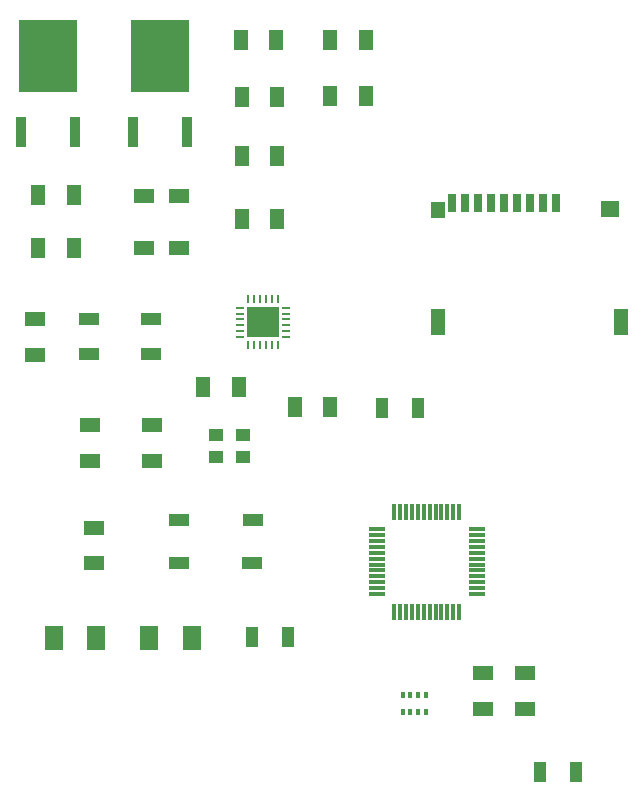
<source format=gtp>
G04 Layer_Color=8421504*
%FSLAX25Y25*%
%MOIN*%
G70*
G01*
G75*
%ADD10R,0.07087X0.03937*%
%ADD11R,0.07087X0.04842*%
%ADD12R,0.04528X0.07087*%
%ADD13R,0.07087X0.04528*%
%ADD14R,0.05905X0.07874*%
%ADD15R,0.03937X0.07087*%
%ADD16R,0.06299X0.05512*%
%ADD17R,0.04724X0.08661*%
%ADD18R,0.04724X0.05512*%
%ADD19R,0.02756X0.06299*%
%ADD20R,0.03740X0.10236*%
%ADD21R,0.19291X0.24410*%
%ADD22R,0.01181X0.05709*%
%ADD23R,0.05709X0.01181*%
%ADD24R,0.01378X0.01968*%
%ADD25R,0.02953X0.00787*%
%ADD26R,0.00787X0.02953*%
%ADD27R,0.10630X0.10236*%
%ADD28R,0.05118X0.04331*%
D10*
X188591Y182004D02*
D03*
X164181D02*
D03*
X188984Y196571D02*
D03*
X164181D02*
D03*
X134260Y263500D02*
D03*
Y251689D02*
D03*
X154732Y263500D02*
D03*
Y251689D02*
D03*
D11*
X164181Y304445D02*
D03*
X152370D02*
D03*
X164181Y287122D02*
D03*
X152370D02*
D03*
D12*
X117331Y304839D02*
D03*
X129142D02*
D03*
X117331Y287122D02*
D03*
X129142D02*
D03*
X185047Y296965D02*
D03*
X196858D02*
D03*
X214575Y233972D02*
D03*
X202764D02*
D03*
X172244Y240953D02*
D03*
X184055D02*
D03*
X185039Y317921D02*
D03*
X196850D02*
D03*
X185047Y337516D02*
D03*
X196858D02*
D03*
X226386Y337909D02*
D03*
X214575D02*
D03*
X226386Y356413D02*
D03*
X214575D02*
D03*
X184843Y356307D02*
D03*
X196653D02*
D03*
D13*
X279535Y133579D02*
D03*
Y145390D02*
D03*
X265362Y133579D02*
D03*
Y145390D02*
D03*
X155126Y228067D02*
D03*
Y216256D02*
D03*
X134653Y228067D02*
D03*
Y216256D02*
D03*
X116142Y263394D02*
D03*
Y251583D02*
D03*
X135835Y193815D02*
D03*
Y182004D02*
D03*
D14*
X136622Y157201D02*
D03*
X122449D02*
D03*
X168512D02*
D03*
X154339D02*
D03*
D15*
X243701Y233965D02*
D03*
X231890D02*
D03*
X188583Y157587D02*
D03*
X200394D02*
D03*
X296488Y112378D02*
D03*
X284677D02*
D03*
D16*
X307972Y300182D02*
D03*
D17*
X311516Y262387D02*
D03*
X250492Y262387D02*
D03*
D18*
Y299788D02*
D03*
D19*
X255217Y302151D02*
D03*
X259547D02*
D03*
X263878D02*
D03*
X268209D02*
D03*
X272539D02*
D03*
X276870D02*
D03*
X281201D02*
D03*
X285531D02*
D03*
X289862D02*
D03*
D20*
X148906Y325705D02*
D03*
X166858D02*
D03*
X111504D02*
D03*
X129457D02*
D03*
D21*
X157882Y351295D02*
D03*
X120480D02*
D03*
D22*
X235933Y199228D02*
D03*
X237902D02*
D03*
X239870D02*
D03*
X241839D02*
D03*
X243807D02*
D03*
X245776D02*
D03*
X247744D02*
D03*
X249713D02*
D03*
X251681D02*
D03*
X253650D02*
D03*
X255618D02*
D03*
X257587D02*
D03*
Y165961D02*
D03*
X255618D02*
D03*
X253650D02*
D03*
X251681D02*
D03*
X249713D02*
D03*
X247744D02*
D03*
X245776D02*
D03*
X243807D02*
D03*
X241839D02*
D03*
X239870D02*
D03*
X237902D02*
D03*
X235933D02*
D03*
D23*
X263394Y193421D02*
D03*
Y191453D02*
D03*
Y189484D02*
D03*
Y187516D02*
D03*
Y185547D02*
D03*
Y183579D02*
D03*
Y181610D02*
D03*
Y179642D02*
D03*
Y177673D02*
D03*
Y175705D02*
D03*
Y173736D02*
D03*
Y171768D02*
D03*
X230126D02*
D03*
Y173736D02*
D03*
Y175705D02*
D03*
Y177673D02*
D03*
Y179642D02*
D03*
Y181610D02*
D03*
Y183579D02*
D03*
Y185547D02*
D03*
Y187516D02*
D03*
Y189484D02*
D03*
Y191453D02*
D03*
Y193421D02*
D03*
D24*
X238787Y138106D02*
D03*
X241347D02*
D03*
X243905D02*
D03*
X246465D02*
D03*
X238787Y132398D02*
D03*
X241347D02*
D03*
X243905D02*
D03*
X246465D02*
D03*
D25*
X199811Y257398D02*
D03*
Y259366D02*
D03*
Y261335D02*
D03*
Y263303D02*
D03*
Y265272D02*
D03*
Y267240D02*
D03*
X184457D02*
D03*
Y265272D02*
D03*
Y263303D02*
D03*
Y261335D02*
D03*
Y259366D02*
D03*
Y257398D02*
D03*
D26*
X197055Y269996D02*
D03*
X195087D02*
D03*
X193118D02*
D03*
X191150D02*
D03*
X189181D02*
D03*
X187213D02*
D03*
Y254642D02*
D03*
X189181D02*
D03*
X191150D02*
D03*
X193118D02*
D03*
X195087D02*
D03*
X197055D02*
D03*
D27*
X192134Y262319D02*
D03*
D28*
X185366Y224878D02*
D03*
X185386Y217433D02*
D03*
X176374Y217370D02*
D03*
Y224878D02*
D03*
M02*

</source>
